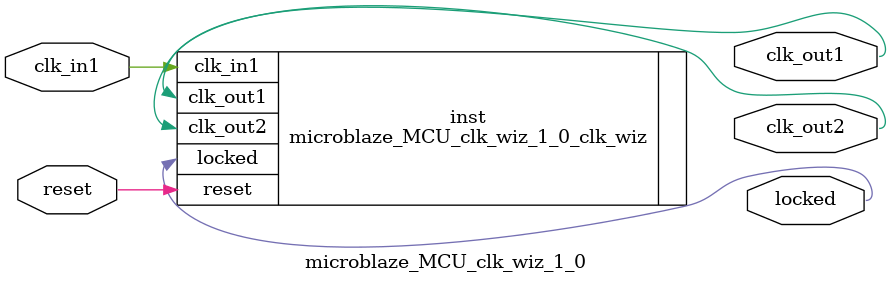
<source format=v>


`timescale 1ps/1ps

(* CORE_GENERATION_INFO = "microblaze_MCU_clk_wiz_1_0,clk_wiz_v6_0_2_0_0,{component_name=microblaze_MCU_clk_wiz_1_0,use_phase_alignment=true,use_min_o_jitter=false,use_max_i_jitter=false,use_dyn_phase_shift=false,use_inclk_switchover=false,use_dyn_reconfig=false,enable_axi=0,feedback_source=FDBK_AUTO,PRIMITIVE=MMCM,num_out_clk=2,clkin1_period=10.000,clkin2_period=10.000,use_power_down=false,use_reset=true,use_locked=true,use_inclk_stopped=false,feedback_type=SINGLE,CLOCK_MGR_TYPE=NA,manual_override=false}" *)

module microblaze_MCU_clk_wiz_1_0 
 (
  // Clock out ports
  output        clk_out1,
  output        clk_out2,
  // Status and control signals
  input         reset,
  output        locked,
 // Clock in ports
  input         clk_in1
 );

  microblaze_MCU_clk_wiz_1_0_clk_wiz inst
  (
  // Clock out ports  
  .clk_out1(clk_out1),
  .clk_out2(clk_out2),
  // Status and control signals               
  .reset(reset), 
  .locked(locked),
 // Clock in ports
  .clk_in1(clk_in1)
  );

endmodule

</source>
